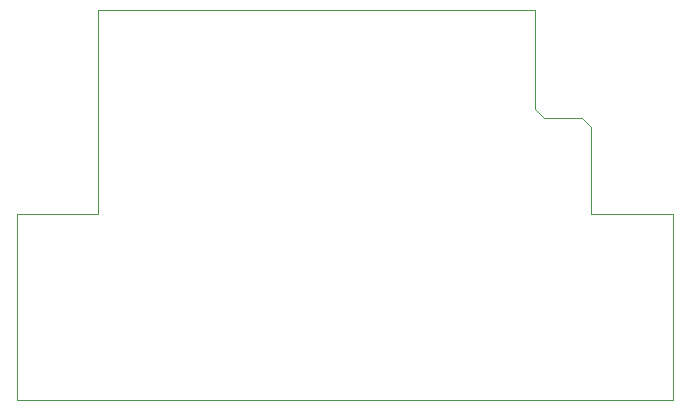
<source format=gbr>
G04 #@! TF.FileFunction,Profile,NP*
%FSLAX45Y45*%
G04 Gerber Fmt 4.5, Leading zero omitted, Abs format (unit mm)*
G04 Created by KiCad (PCBNEW 0.201506030104+5696~23~ubuntu14.04.1-product) date Thu 09 Jul 2015 08:08:36 PM EDT*
%MOMM*%
G01*
G04 APERTURE LIST*
%ADD10C,0.127000*%
%ADD11C,0.025400*%
G04 APERTURE END LIST*
D10*
D11*
X16968216Y-11242548D02*
X16968216Y-9668764D01*
X16272256Y-8930386D02*
X16196056Y-8854186D01*
X15899892Y-8854186D02*
X15900146Y-8854186D01*
X15800832Y-8777986D02*
X15877032Y-8854186D01*
X15877032Y-8854186D02*
X16196056Y-8854186D01*
X15800832Y-7939278D02*
X15800832Y-8777986D01*
X11409934Y-9668764D02*
X12097004Y-9668764D01*
X11409934Y-11242548D02*
X11409934Y-9668764D01*
X16968216Y-11242548D02*
X11409934Y-11242548D01*
X16272256Y-9668764D02*
X16968216Y-9668764D01*
X12097004Y-7938516D02*
X15800832Y-7938516D01*
X16272256Y-8930386D02*
X16272256Y-9668764D01*
X12097004Y-7938516D02*
X12097004Y-9668764D01*
M02*

</source>
